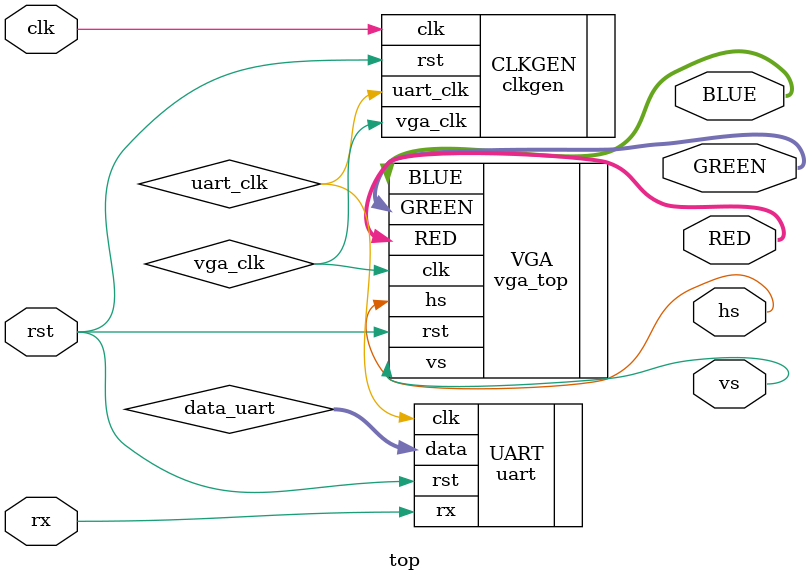
<source format=v>
`timescale 1ns/10ps

module top(
	input rx,
	input clk, rst,
	output hs,vs,
	output [2:0]RED,GREEN,
	output [1:0]BLUE
);
	
	wire uart_clk;
	wire vga_clk;
	wire [7:0]data_uart;
	
	clkgen CLKGEN(.clk(clk),.rst(rst),.uart_clk(uart_clk),.vga_clk(vga_clk));
	
	uart UART(.rx(rx),.clk(uart_clk),.rst(rst),.data(data_uart));

	vga_top VGA(.clk(vga_clk),.rst(rst),.hs(hs),.vs(vs),.RED(RED),.GREEN(GREEN),.BLUE(BLUE));

	always @(posedge clk or posedge rst)
	begin
		if (rst)
		begin
			
		end
		else
		begin
			
		end
	end
	
endmodule
</source>
